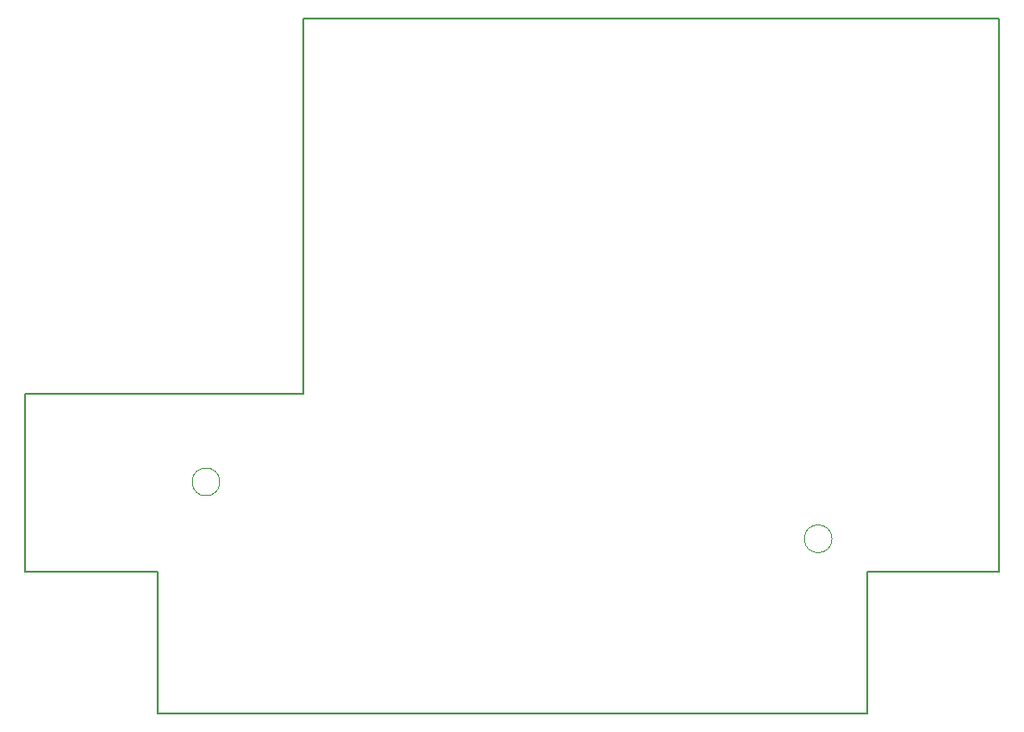
<source format=gbr>
G04 #@! TF.GenerationSoftware,KiCad,Pcbnew,(5.1.5-0-10_14)*
G04 #@! TF.CreationDate,2020-04-06T11:58:05+02:00*
G04 #@! TF.ProjectId,MSX USB Drive,4d535820-5553-4422-9044-726976652e6b,rev?*
G04 #@! TF.SameCoordinates,Original*
G04 #@! TF.FileFunction,Profile,NP*
%FSLAX46Y46*%
G04 Gerber Fmt 4.6, Leading zero omitted, Abs format (unit mm)*
G04 Created by KiCad (PCBNEW (5.1.5-0-10_14)) date 2020-04-06 11:58:05*
%MOMM*%
%LPD*%
G04 APERTURE LIST*
%ADD10C,0.050000*%
%ADD11C,0.127000*%
G04 APERTURE END LIST*
D10*
X674370000Y678622000D02*
G75*
G03X674370000Y678622000I-1270000J0D01*
G01*
X618490000Y683821000D02*
G75*
G03X618490000Y683821000I-1270000J0D01*
G01*
D11*
X689610000Y726186000D02*
X626110000Y726186000D01*
X626110000Y691896000D02*
X626110000Y726186000D01*
X600710000Y691896000D02*
X626110000Y691896000D01*
X677545000Y662622500D02*
X677545000Y675640000D01*
X677545000Y675640000D02*
X689610000Y675640000D01*
X689610000Y675640000D02*
X689610000Y726186000D01*
X600710000Y691896000D02*
X600710000Y675640000D01*
X600710000Y675640000D02*
X612775000Y675640000D01*
X612775000Y675640000D02*
X612775000Y662622500D01*
X612775000Y662622500D02*
X613092500Y662622500D01*
X613092500Y662622500D02*
X677545000Y662622500D01*
M02*

</source>
